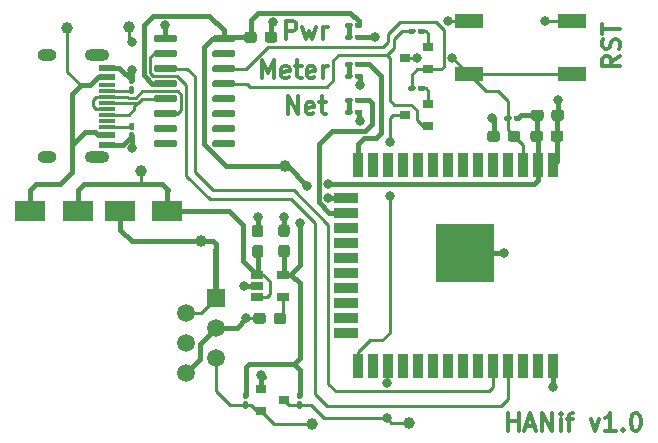
<source format=gbr>
%TF.GenerationSoftware,KiCad,Pcbnew,5.1.10-88a1d61d58~90~ubuntu20.04.1*%
%TF.CreationDate,2021-10-26T22:54:14+02:00*%
%TF.ProjectId,e-meter-usb-c,652d6d65-7465-4722-9d75-73622d632e6b,rev?*%
%TF.SameCoordinates,Original*%
%TF.FileFunction,Copper,L1,Top*%
%TF.FilePolarity,Positive*%
%FSLAX46Y46*%
G04 Gerber Fmt 4.6, Leading zero omitted, Abs format (unit mm)*
G04 Created by KiCad (PCBNEW 5.1.10-88a1d61d58~90~ubuntu20.04.1) date 2021-10-26 22:54:14*
%MOMM*%
%LPD*%
G01*
G04 APERTURE LIST*
%TA.AperFunction,NonConductor*%
%ADD10C,0.300000*%
%TD*%
%TA.AperFunction,SMDPad,CuDef*%
%ADD11R,1.060000X0.650000*%
%TD*%
%TA.AperFunction,SMDPad,CuDef*%
%ADD12R,0.900000X2.000000*%
%TD*%
%TA.AperFunction,SMDPad,CuDef*%
%ADD13R,2.000000X0.900000*%
%TD*%
%TA.AperFunction,SMDPad,CuDef*%
%ADD14R,5.000000X5.000000*%
%TD*%
%TA.AperFunction,SMDPad,CuDef*%
%ADD15C,1.000000*%
%TD*%
%TA.AperFunction,SMDPad,CuDef*%
%ADD16R,2.350000X1.300000*%
%TD*%
%TA.AperFunction,SMDPad,CuDef*%
%ADD17R,0.900000X0.800000*%
%TD*%
%TA.AperFunction,SMDPad,CuDef*%
%ADD18R,1.450000X0.600000*%
%TD*%
%TA.AperFunction,SMDPad,CuDef*%
%ADD19R,1.450000X0.300000*%
%TD*%
%TA.AperFunction,ComponentPad*%
%ADD20O,2.100000X1.000000*%
%TD*%
%TA.AperFunction,ComponentPad*%
%ADD21O,1.600000X1.000000*%
%TD*%
%TA.AperFunction,ComponentPad*%
%ADD22R,1.520000X1.520000*%
%TD*%
%TA.AperFunction,ComponentPad*%
%ADD23C,1.520000*%
%TD*%
%TA.AperFunction,SMDPad,CuDef*%
%ADD24R,2.500000X1.800000*%
%TD*%
%TA.AperFunction,ViaPad*%
%ADD25C,0.800000*%
%TD*%
%TA.AperFunction,Conductor*%
%ADD26C,0.400000*%
%TD*%
%TA.AperFunction,Conductor*%
%ADD27C,0.250000*%
%TD*%
%TA.AperFunction,Conductor*%
%ADD28C,0.500000*%
%TD*%
G04 APERTURE END LIST*
D10*
X159174571Y-30285428D02*
X158460285Y-30785428D01*
X159174571Y-31142571D02*
X157674571Y-31142571D01*
X157674571Y-30571142D01*
X157746000Y-30428285D01*
X157817428Y-30356857D01*
X157960285Y-30285428D01*
X158174571Y-30285428D01*
X158317428Y-30356857D01*
X158388857Y-30428285D01*
X158460285Y-30571142D01*
X158460285Y-31142571D01*
X159103142Y-29714000D02*
X159174571Y-29499714D01*
X159174571Y-29142571D01*
X159103142Y-28999714D01*
X159031714Y-28928285D01*
X158888857Y-28856857D01*
X158746000Y-28856857D01*
X158603142Y-28928285D01*
X158531714Y-28999714D01*
X158460285Y-29142571D01*
X158388857Y-29428285D01*
X158317428Y-29571142D01*
X158246000Y-29642571D01*
X158103142Y-29714000D01*
X157960285Y-29714000D01*
X157817428Y-29642571D01*
X157746000Y-29571142D01*
X157674571Y-29428285D01*
X157674571Y-29071142D01*
X157746000Y-28856857D01*
X157674571Y-28428285D02*
X157674571Y-27571142D01*
X159174571Y-27999714D02*
X157674571Y-27999714D01*
X149749571Y-62019571D02*
X149749571Y-60519571D01*
X149749571Y-61233857D02*
X150606714Y-61233857D01*
X150606714Y-62019571D02*
X150606714Y-60519571D01*
X151249571Y-61591000D02*
X151963857Y-61591000D01*
X151106714Y-62019571D02*
X151606714Y-60519571D01*
X152106714Y-62019571D01*
X152606714Y-62019571D02*
X152606714Y-60519571D01*
X153463857Y-62019571D01*
X153463857Y-60519571D01*
X154178142Y-62019571D02*
X154178142Y-61019571D01*
X154178142Y-60519571D02*
X154106714Y-60591000D01*
X154178142Y-60662428D01*
X154249571Y-60591000D01*
X154178142Y-60519571D01*
X154178142Y-60662428D01*
X154678142Y-61019571D02*
X155249571Y-61019571D01*
X154892428Y-62019571D02*
X154892428Y-60733857D01*
X154963857Y-60591000D01*
X155106714Y-60519571D01*
X155249571Y-60519571D01*
X156749571Y-61019571D02*
X157106714Y-62019571D01*
X157463857Y-61019571D01*
X158821000Y-62019571D02*
X157963857Y-62019571D01*
X158392428Y-62019571D02*
X158392428Y-60519571D01*
X158249571Y-60733857D01*
X158106714Y-60876714D01*
X157963857Y-60948142D01*
X159463857Y-61876714D02*
X159535285Y-61948142D01*
X159463857Y-62019571D01*
X159392428Y-61948142D01*
X159463857Y-61876714D01*
X159463857Y-62019571D01*
X160463857Y-60519571D02*
X160606714Y-60519571D01*
X160749571Y-60591000D01*
X160821000Y-60662428D01*
X160892428Y-60805285D01*
X160963857Y-61091000D01*
X160963857Y-61448142D01*
X160892428Y-61733857D01*
X160821000Y-61876714D01*
X160749571Y-61948142D01*
X160606714Y-62019571D01*
X160463857Y-62019571D01*
X160321000Y-61948142D01*
X160249571Y-61876714D01*
X160178142Y-61733857D01*
X160106714Y-61448142D01*
X160106714Y-61091000D01*
X160178142Y-60805285D01*
X160249571Y-60662428D01*
X160321000Y-60591000D01*
X160463857Y-60519571D01*
X131088000Y-35222571D02*
X131088000Y-33722571D01*
X131945142Y-35222571D01*
X131945142Y-33722571D01*
X133230857Y-35151142D02*
X133088000Y-35222571D01*
X132802285Y-35222571D01*
X132659428Y-35151142D01*
X132588000Y-35008285D01*
X132588000Y-34436857D01*
X132659428Y-34294000D01*
X132802285Y-34222571D01*
X133088000Y-34222571D01*
X133230857Y-34294000D01*
X133302285Y-34436857D01*
X133302285Y-34579714D01*
X132588000Y-34722571D01*
X133730857Y-34222571D02*
X134302285Y-34222571D01*
X133945142Y-33722571D02*
X133945142Y-35008285D01*
X134016571Y-35151142D01*
X134159428Y-35222571D01*
X134302285Y-35222571D01*
X128893428Y-32174571D02*
X128893428Y-30674571D01*
X129393428Y-31746000D01*
X129893428Y-30674571D01*
X129893428Y-32174571D01*
X131179142Y-32103142D02*
X131036285Y-32174571D01*
X130750571Y-32174571D01*
X130607714Y-32103142D01*
X130536285Y-31960285D01*
X130536285Y-31388857D01*
X130607714Y-31246000D01*
X130750571Y-31174571D01*
X131036285Y-31174571D01*
X131179142Y-31246000D01*
X131250571Y-31388857D01*
X131250571Y-31531714D01*
X130536285Y-31674571D01*
X131679142Y-31174571D02*
X132250571Y-31174571D01*
X131893428Y-30674571D02*
X131893428Y-31960285D01*
X131964857Y-32103142D01*
X132107714Y-32174571D01*
X132250571Y-32174571D01*
X133322000Y-32103142D02*
X133179142Y-32174571D01*
X132893428Y-32174571D01*
X132750571Y-32103142D01*
X132679142Y-31960285D01*
X132679142Y-31388857D01*
X132750571Y-31246000D01*
X132893428Y-31174571D01*
X133179142Y-31174571D01*
X133322000Y-31246000D01*
X133393428Y-31388857D01*
X133393428Y-31531714D01*
X132679142Y-31674571D01*
X134036285Y-32174571D02*
X134036285Y-31174571D01*
X134036285Y-31460285D02*
X134107714Y-31317428D01*
X134179142Y-31246000D01*
X134322000Y-31174571D01*
X134464857Y-31174571D01*
X130945142Y-28872571D02*
X130945142Y-27372571D01*
X131516571Y-27372571D01*
X131659428Y-27444000D01*
X131730857Y-27515428D01*
X131802285Y-27658285D01*
X131802285Y-27872571D01*
X131730857Y-28015428D01*
X131659428Y-28086857D01*
X131516571Y-28158285D01*
X130945142Y-28158285D01*
X132302285Y-27872571D02*
X132588000Y-28872571D01*
X132873714Y-28158285D01*
X133159428Y-28872571D01*
X133445142Y-27872571D01*
X134016571Y-28872571D02*
X134016571Y-27872571D01*
X134016571Y-28158285D02*
X134088000Y-28015428D01*
X134159428Y-27944000D01*
X134302285Y-27872571D01*
X134445142Y-27872571D01*
%TO.P,U4,16*%
%TO.N,+3V3*%
%TA.AperFunction,SMDPad,CuDef*%
G36*
G01*
X124690000Y-28979000D02*
X124690000Y-28679000D01*
G75*
G02*
X124840000Y-28529000I150000J0D01*
G01*
X126490000Y-28529000D01*
G75*
G02*
X126640000Y-28679000I0J-150000D01*
G01*
X126640000Y-28979000D01*
G75*
G02*
X126490000Y-29129000I-150000J0D01*
G01*
X124840000Y-29129000D01*
G75*
G02*
X124690000Y-28979000I0J150000D01*
G01*
G37*
%TD.AperFunction*%
%TO.P,U4,15*%
%TO.N,Net-(U4-Pad15)*%
%TA.AperFunction,SMDPad,CuDef*%
G36*
G01*
X124690000Y-30249000D02*
X124690000Y-29949000D01*
G75*
G02*
X124840000Y-29799000I150000J0D01*
G01*
X126490000Y-29799000D01*
G75*
G02*
X126640000Y-29949000I0J-150000D01*
G01*
X126640000Y-30249000D01*
G75*
G02*
X126490000Y-30399000I-150000J0D01*
G01*
X124840000Y-30399000D01*
G75*
G02*
X124690000Y-30249000I0J150000D01*
G01*
G37*
%TD.AperFunction*%
%TO.P,U4,14*%
%TO.N,/UART_RTS*%
%TA.AperFunction,SMDPad,CuDef*%
G36*
G01*
X124690000Y-31519000D02*
X124690000Y-31219000D01*
G75*
G02*
X124840000Y-31069000I150000J0D01*
G01*
X126490000Y-31069000D01*
G75*
G02*
X126640000Y-31219000I0J-150000D01*
G01*
X126640000Y-31519000D01*
G75*
G02*
X126490000Y-31669000I-150000J0D01*
G01*
X124840000Y-31669000D01*
G75*
G02*
X124690000Y-31519000I0J150000D01*
G01*
G37*
%TD.AperFunction*%
%TO.P,U4,13*%
%TO.N,/UART_DTR*%
%TA.AperFunction,SMDPad,CuDef*%
G36*
G01*
X124690000Y-32789000D02*
X124690000Y-32489000D01*
G75*
G02*
X124840000Y-32339000I150000J0D01*
G01*
X126490000Y-32339000D01*
G75*
G02*
X126640000Y-32489000I0J-150000D01*
G01*
X126640000Y-32789000D01*
G75*
G02*
X126490000Y-32939000I-150000J0D01*
G01*
X124840000Y-32939000D01*
G75*
G02*
X124690000Y-32789000I0J150000D01*
G01*
G37*
%TD.AperFunction*%
%TO.P,U4,12*%
%TO.N,Net-(U4-Pad12)*%
%TA.AperFunction,SMDPad,CuDef*%
G36*
G01*
X124690000Y-34059000D02*
X124690000Y-33759000D01*
G75*
G02*
X124840000Y-33609000I150000J0D01*
G01*
X126490000Y-33609000D01*
G75*
G02*
X126640000Y-33759000I0J-150000D01*
G01*
X126640000Y-34059000D01*
G75*
G02*
X126490000Y-34209000I-150000J0D01*
G01*
X124840000Y-34209000D01*
G75*
G02*
X124690000Y-34059000I0J150000D01*
G01*
G37*
%TD.AperFunction*%
%TO.P,U4,11*%
%TO.N,Net-(U4-Pad11)*%
%TA.AperFunction,SMDPad,CuDef*%
G36*
G01*
X124690000Y-35329000D02*
X124690000Y-35029000D01*
G75*
G02*
X124840000Y-34879000I150000J0D01*
G01*
X126490000Y-34879000D01*
G75*
G02*
X126640000Y-35029000I0J-150000D01*
G01*
X126640000Y-35329000D01*
G75*
G02*
X126490000Y-35479000I-150000J0D01*
G01*
X124840000Y-35479000D01*
G75*
G02*
X124690000Y-35329000I0J150000D01*
G01*
G37*
%TD.AperFunction*%
%TO.P,U4,10*%
%TO.N,Net-(U4-Pad10)*%
%TA.AperFunction,SMDPad,CuDef*%
G36*
G01*
X124690000Y-36599000D02*
X124690000Y-36299000D01*
G75*
G02*
X124840000Y-36149000I150000J0D01*
G01*
X126490000Y-36149000D01*
G75*
G02*
X126640000Y-36299000I0J-150000D01*
G01*
X126640000Y-36599000D01*
G75*
G02*
X126490000Y-36749000I-150000J0D01*
G01*
X124840000Y-36749000D01*
G75*
G02*
X124690000Y-36599000I0J150000D01*
G01*
G37*
%TD.AperFunction*%
%TO.P,U4,9*%
%TO.N,Net-(U4-Pad9)*%
%TA.AperFunction,SMDPad,CuDef*%
G36*
G01*
X124690000Y-37869000D02*
X124690000Y-37569000D01*
G75*
G02*
X124840000Y-37419000I150000J0D01*
G01*
X126490000Y-37419000D01*
G75*
G02*
X126640000Y-37569000I0J-150000D01*
G01*
X126640000Y-37869000D01*
G75*
G02*
X126490000Y-38019000I-150000J0D01*
G01*
X124840000Y-38019000D01*
G75*
G02*
X124690000Y-37869000I0J150000D01*
G01*
G37*
%TD.AperFunction*%
%TO.P,U4,8*%
%TO.N,Net-(U4-Pad8)*%
%TA.AperFunction,SMDPad,CuDef*%
G36*
G01*
X119740000Y-37869000D02*
X119740000Y-37569000D01*
G75*
G02*
X119890000Y-37419000I150000J0D01*
G01*
X121540000Y-37419000D01*
G75*
G02*
X121690000Y-37569000I0J-150000D01*
G01*
X121690000Y-37869000D01*
G75*
G02*
X121540000Y-38019000I-150000J0D01*
G01*
X119890000Y-38019000D01*
G75*
G02*
X119740000Y-37869000I0J150000D01*
G01*
G37*
%TD.AperFunction*%
%TO.P,U4,7*%
%TO.N,Net-(U4-Pad7)*%
%TA.AperFunction,SMDPad,CuDef*%
G36*
G01*
X119740000Y-36599000D02*
X119740000Y-36299000D01*
G75*
G02*
X119890000Y-36149000I150000J0D01*
G01*
X121540000Y-36149000D01*
G75*
G02*
X121690000Y-36299000I0J-150000D01*
G01*
X121690000Y-36599000D01*
G75*
G02*
X121540000Y-36749000I-150000J0D01*
G01*
X119890000Y-36749000D01*
G75*
G02*
X119740000Y-36599000I0J150000D01*
G01*
G37*
%TD.AperFunction*%
%TO.P,U4,6*%
%TO.N,/USB_D-*%
%TA.AperFunction,SMDPad,CuDef*%
G36*
G01*
X119740000Y-35329000D02*
X119740000Y-35029000D01*
G75*
G02*
X119890000Y-34879000I150000J0D01*
G01*
X121540000Y-34879000D01*
G75*
G02*
X121690000Y-35029000I0J-150000D01*
G01*
X121690000Y-35329000D01*
G75*
G02*
X121540000Y-35479000I-150000J0D01*
G01*
X119890000Y-35479000D01*
G75*
G02*
X119740000Y-35329000I0J150000D01*
G01*
G37*
%TD.AperFunction*%
%TO.P,U4,5*%
%TO.N,/USB_D+*%
%TA.AperFunction,SMDPad,CuDef*%
G36*
G01*
X119740000Y-34059000D02*
X119740000Y-33759000D01*
G75*
G02*
X119890000Y-33609000I150000J0D01*
G01*
X121540000Y-33609000D01*
G75*
G02*
X121690000Y-33759000I0J-150000D01*
G01*
X121690000Y-34059000D01*
G75*
G02*
X121540000Y-34209000I-150000J0D01*
G01*
X119890000Y-34209000D01*
G75*
G02*
X119740000Y-34059000I0J150000D01*
G01*
G37*
%TD.AperFunction*%
%TO.P,U4,4*%
%TO.N,+3V3*%
%TA.AperFunction,SMDPad,CuDef*%
G36*
G01*
X119740000Y-32789000D02*
X119740000Y-32489000D01*
G75*
G02*
X119890000Y-32339000I150000J0D01*
G01*
X121540000Y-32339000D01*
G75*
G02*
X121690000Y-32489000I0J-150000D01*
G01*
X121690000Y-32789000D01*
G75*
G02*
X121540000Y-32939000I-150000J0D01*
G01*
X119890000Y-32939000D01*
G75*
G02*
X119740000Y-32789000I0J150000D01*
G01*
G37*
%TD.AperFunction*%
%TO.P,U4,3*%
%TO.N,/ESP_FROM_UART*%
%TA.AperFunction,SMDPad,CuDef*%
G36*
G01*
X119740000Y-31519000D02*
X119740000Y-31219000D01*
G75*
G02*
X119890000Y-31069000I150000J0D01*
G01*
X121540000Y-31069000D01*
G75*
G02*
X121690000Y-31219000I0J-150000D01*
G01*
X121690000Y-31519000D01*
G75*
G02*
X121540000Y-31669000I-150000J0D01*
G01*
X119890000Y-31669000D01*
G75*
G02*
X119740000Y-31519000I0J150000D01*
G01*
G37*
%TD.AperFunction*%
%TO.P,U4,2*%
%TO.N,/ESP_TO_UART*%
%TA.AperFunction,SMDPad,CuDef*%
G36*
G01*
X119740000Y-30249000D02*
X119740000Y-29949000D01*
G75*
G02*
X119890000Y-29799000I150000J0D01*
G01*
X121540000Y-29799000D01*
G75*
G02*
X121690000Y-29949000I0J-150000D01*
G01*
X121690000Y-30249000D01*
G75*
G02*
X121540000Y-30399000I-150000J0D01*
G01*
X119890000Y-30399000D01*
G75*
G02*
X119740000Y-30249000I0J150000D01*
G01*
G37*
%TD.AperFunction*%
%TO.P,U4,1*%
%TO.N,GND*%
%TA.AperFunction,SMDPad,CuDef*%
G36*
G01*
X119740000Y-28979000D02*
X119740000Y-28679000D01*
G75*
G02*
X119890000Y-28529000I150000J0D01*
G01*
X121540000Y-28529000D01*
G75*
G02*
X121690000Y-28679000I0J-150000D01*
G01*
X121690000Y-28979000D01*
G75*
G02*
X121540000Y-29129000I-150000J0D01*
G01*
X119890000Y-29129000D01*
G75*
G02*
X119740000Y-28979000I0J150000D01*
G01*
G37*
%TD.AperFunction*%
%TD*%
D11*
%TO.P,U1,5*%
%TO.N,+3V3*%
X130703500Y-48834000D03*
%TO.P,U1,4*%
%TO.N,Net-(C2-Pad1)*%
X130703500Y-50734000D03*
%TO.P,U1,3*%
%TO.N,/VCC*%
X128503500Y-50734000D03*
%TO.P,U1,2*%
%TO.N,GND*%
X128503500Y-49784000D03*
%TO.P,U1,1*%
%TO.N,/VCC*%
X128503500Y-48834000D03*
%TD*%
D12*
%TO.P,U2,38*%
%TO.N,GND*%
X153543000Y-56506000D03*
%TO.P,U2,37*%
%TO.N,Net-(U2-Pad37)*%
X152273000Y-56506000D03*
%TO.P,U2,36*%
%TO.N,Net-(U2-Pad36)*%
X151003000Y-56506000D03*
%TO.P,U2,35*%
%TO.N,/ESP_TO_UART*%
X149733000Y-56506000D03*
%TO.P,U2,34*%
%TO.N,/ESP_FROM_UART*%
X148463000Y-56506000D03*
%TO.P,U2,33*%
%TO.N,Net-(U2-Pad33)*%
X147193000Y-56506000D03*
%TO.P,U2,32*%
%TO.N,Net-(U2-Pad32)*%
X145923000Y-56506000D03*
%TO.P,U2,31*%
%TO.N,Net-(U2-Pad31)*%
X144653000Y-56506000D03*
%TO.P,U2,30*%
%TO.N,Net-(U2-Pad30)*%
X143383000Y-56506000D03*
%TO.P,U2,29*%
%TO.N,Net-(U2-Pad29)*%
X142113000Y-56506000D03*
%TO.P,U2,28*%
%TO.N,Net-(U2-Pad28)*%
X140843000Y-56506000D03*
%TO.P,U2,27*%
%TO.N,/HAN_TO_ESP*%
X139573000Y-56506000D03*
%TO.P,U2,26*%
%TO.N,Net-(U2-Pad26)*%
X138303000Y-56506000D03*
%TO.P,U2,25*%
%TO.N,/ESP_IO0*%
X137033000Y-56506000D03*
D13*
%TO.P,U2,24*%
%TO.N,Net-(U2-Pad24)*%
X136033000Y-53721000D03*
%TO.P,U2,23*%
%TO.N,Net-(U2-Pad23)*%
X136033000Y-52451000D03*
%TO.P,U2,22*%
%TO.N,Net-(U2-Pad22)*%
X136033000Y-51181000D03*
%TO.P,U2,21*%
%TO.N,Net-(U2-Pad21)*%
X136033000Y-49911000D03*
%TO.P,U2,20*%
%TO.N,Net-(U2-Pad20)*%
X136033000Y-48641000D03*
%TO.P,U2,19*%
%TO.N,Net-(U2-Pad19)*%
X136033000Y-47371000D03*
%TO.P,U2,18*%
%TO.N,Net-(U2-Pad18)*%
X136033000Y-46101000D03*
%TO.P,U2,17*%
%TO.N,Net-(U2-Pad17)*%
X136033000Y-44831000D03*
%TO.P,U2,16*%
%TO.N,/NETWORK_LED*%
X136033000Y-43561000D03*
%TO.P,U2,15*%
%TO.N,GND*%
X136033000Y-42291000D03*
D12*
%TO.P,U2,14*%
%TO.N,/METER_LED*%
X137033000Y-39506000D03*
%TO.P,U2,13*%
%TO.N,Net-(U2-Pad13)*%
X138303000Y-39506000D03*
%TO.P,U2,12*%
%TO.N,Net-(U2-Pad12)*%
X139573000Y-39506000D03*
%TO.P,U2,11*%
%TO.N,Net-(U2-Pad11)*%
X140843000Y-39506000D03*
%TO.P,U2,10*%
%TO.N,Net-(U2-Pad10)*%
X142113000Y-39506000D03*
%TO.P,U2,9*%
%TO.N,Net-(U2-Pad9)*%
X143383000Y-39506000D03*
%TO.P,U2,8*%
%TO.N,Net-(U2-Pad8)*%
X144653000Y-39506000D03*
%TO.P,U2,7*%
%TO.N,Net-(U2-Pad7)*%
X145923000Y-39506000D03*
%TO.P,U2,6*%
%TO.N,Net-(U2-Pad6)*%
X147193000Y-39506000D03*
%TO.P,U2,5*%
%TO.N,Net-(U2-Pad5)*%
X148463000Y-39506000D03*
%TO.P,U2,4*%
%TO.N,Net-(U2-Pad4)*%
X149733000Y-39506000D03*
%TO.P,U2,3*%
%TO.N,/ESP_EN*%
X151003000Y-39506000D03*
%TO.P,U2,2*%
%TO.N,+3V3*%
X152273000Y-39506000D03*
%TO.P,U2,1*%
%TO.N,GND*%
X153543000Y-39506000D03*
D14*
%TO.P,U2,39*%
X146043000Y-47006000D03*
%TD*%
D15*
%TO.P,TP7,1*%
%TO.N,/HAN_TO_ESP*%
X141351000Y-61341000D03*
%TD*%
%TO.P,TP6,1*%
%TO.N,/HAN_DATA*%
X133096000Y-61468000D03*
%TD*%
%TO.P,TP5,1*%
%TO.N,+3V3*%
X130810000Y-39624000D03*
%TD*%
%TO.P,TP4,1*%
%TO.N,/USB_VBUS*%
X112395000Y-27940000D03*
%TD*%
%TO.P,TP3,1*%
%TO.N,/HAN_DATA_REQ*%
X123698000Y-45974000D03*
%TD*%
%TO.P,TP2,1*%
%TO.N,/VCC*%
X118618000Y-40005000D03*
%TD*%
%TO.P,TP1,1*%
%TO.N,GND*%
X117602000Y-27813000D03*
%TD*%
D16*
%TO.P,SW1,2*%
%TO.N,/ESP_EN*%
X146374000Y-31841000D03*
%TO.P,SW1,1*%
%TO.N,GND*%
X146374000Y-27341000D03*
X155124000Y-27341000D03*
%TO.P,SW1,2*%
%TO.N,/ESP_EN*%
X155124000Y-31841000D03*
%TD*%
%TO.P,R11,2*%
%TO.N,/NETWORK_LED*%
%TA.AperFunction,SMDPad,CuDef*%
G36*
G01*
X136742000Y-34136000D02*
X136742000Y-33936000D01*
G75*
G02*
X136842000Y-33836000I100000J0D01*
G01*
X137277000Y-33836000D01*
G75*
G02*
X137377000Y-33936000I0J-100000D01*
G01*
X137377000Y-34136000D01*
G75*
G02*
X137277000Y-34236000I-100000J0D01*
G01*
X136842000Y-34236000D01*
G75*
G02*
X136742000Y-34136000I0J100000D01*
G01*
G37*
%TD.AperFunction*%
%TO.P,R11,1*%
%TO.N,Net-(D5-Pad2)*%
%TA.AperFunction,SMDPad,CuDef*%
G36*
G01*
X135927000Y-34136000D02*
X135927000Y-33936000D01*
G75*
G02*
X136027000Y-33836000I100000J0D01*
G01*
X136462000Y-33836000D01*
G75*
G02*
X136562000Y-33936000I0J-100000D01*
G01*
X136562000Y-34136000D01*
G75*
G02*
X136462000Y-34236000I-100000J0D01*
G01*
X136027000Y-34236000D01*
G75*
G02*
X135927000Y-34136000I0J100000D01*
G01*
G37*
%TD.AperFunction*%
%TD*%
%TO.P,R10,2*%
%TO.N,+3V3*%
%TA.AperFunction,SMDPad,CuDef*%
G36*
G01*
X150204000Y-35660000D02*
X150204000Y-35460000D01*
G75*
G02*
X150304000Y-35360000I100000J0D01*
G01*
X150739000Y-35360000D01*
G75*
G02*
X150839000Y-35460000I0J-100000D01*
G01*
X150839000Y-35660000D01*
G75*
G02*
X150739000Y-35760000I-100000J0D01*
G01*
X150304000Y-35760000D01*
G75*
G02*
X150204000Y-35660000I0J100000D01*
G01*
G37*
%TD.AperFunction*%
%TO.P,R10,1*%
%TO.N,/ESP_EN*%
%TA.AperFunction,SMDPad,CuDef*%
G36*
G01*
X149389000Y-35660000D02*
X149389000Y-35460000D01*
G75*
G02*
X149489000Y-35360000I100000J0D01*
G01*
X149924000Y-35360000D01*
G75*
G02*
X150024000Y-35460000I0J-100000D01*
G01*
X150024000Y-35660000D01*
G75*
G02*
X149924000Y-35760000I-100000J0D01*
G01*
X149489000Y-35760000D01*
G75*
G02*
X149389000Y-35660000I0J100000D01*
G01*
G37*
%TD.AperFunction*%
%TD*%
%TO.P,R9,2*%
%TO.N,GND*%
%TA.AperFunction,SMDPad,CuDef*%
G36*
G01*
X117756000Y-36766500D02*
X117956000Y-36766500D01*
G75*
G02*
X118056000Y-36866500I0J-100000D01*
G01*
X118056000Y-37301500D01*
G75*
G02*
X117956000Y-37401500I-100000J0D01*
G01*
X117756000Y-37401500D01*
G75*
G02*
X117656000Y-37301500I0J100000D01*
G01*
X117656000Y-36866500D01*
G75*
G02*
X117756000Y-36766500I100000J0D01*
G01*
G37*
%TD.AperFunction*%
%TO.P,R9,1*%
%TO.N,Net-(J2-PadB5)*%
%TA.AperFunction,SMDPad,CuDef*%
G36*
G01*
X117756000Y-35951500D02*
X117956000Y-35951500D01*
G75*
G02*
X118056000Y-36051500I0J-100000D01*
G01*
X118056000Y-36486500D01*
G75*
G02*
X117956000Y-36586500I-100000J0D01*
G01*
X117756000Y-36586500D01*
G75*
G02*
X117656000Y-36486500I0J100000D01*
G01*
X117656000Y-36051500D01*
G75*
G02*
X117756000Y-35951500I100000J0D01*
G01*
G37*
%TD.AperFunction*%
%TD*%
%TO.P,R8,2*%
%TO.N,GND*%
%TA.AperFunction,SMDPad,CuDef*%
G36*
G01*
X117956000Y-32676000D02*
X117756000Y-32676000D01*
G75*
G02*
X117656000Y-32576000I0J100000D01*
G01*
X117656000Y-32141000D01*
G75*
G02*
X117756000Y-32041000I100000J0D01*
G01*
X117956000Y-32041000D01*
G75*
G02*
X118056000Y-32141000I0J-100000D01*
G01*
X118056000Y-32576000D01*
G75*
G02*
X117956000Y-32676000I-100000J0D01*
G01*
G37*
%TD.AperFunction*%
%TO.P,R8,1*%
%TO.N,Net-(J2-PadA5)*%
%TA.AperFunction,SMDPad,CuDef*%
G36*
G01*
X117956000Y-33491000D02*
X117756000Y-33491000D01*
G75*
G02*
X117656000Y-33391000I0J100000D01*
G01*
X117656000Y-32956000D01*
G75*
G02*
X117756000Y-32856000I100000J0D01*
G01*
X117956000Y-32856000D01*
G75*
G02*
X118056000Y-32956000I0J-100000D01*
G01*
X118056000Y-33391000D01*
G75*
G02*
X117956000Y-33491000I-100000J0D01*
G01*
G37*
%TD.AperFunction*%
%TD*%
%TO.P,R7,2*%
%TO.N,/METER_LED*%
%TA.AperFunction,SMDPad,CuDef*%
G36*
G01*
X136742000Y-31088000D02*
X136742000Y-30888000D01*
G75*
G02*
X136842000Y-30788000I100000J0D01*
G01*
X137277000Y-30788000D01*
G75*
G02*
X137377000Y-30888000I0J-100000D01*
G01*
X137377000Y-31088000D01*
G75*
G02*
X137277000Y-31188000I-100000J0D01*
G01*
X136842000Y-31188000D01*
G75*
G02*
X136742000Y-31088000I0J100000D01*
G01*
G37*
%TD.AperFunction*%
%TO.P,R7,1*%
%TO.N,Net-(D4-Pad2)*%
%TA.AperFunction,SMDPad,CuDef*%
G36*
G01*
X135927000Y-31088000D02*
X135927000Y-30888000D01*
G75*
G02*
X136027000Y-30788000I100000J0D01*
G01*
X136462000Y-30788000D01*
G75*
G02*
X136562000Y-30888000I0J-100000D01*
G01*
X136562000Y-31088000D01*
G75*
G02*
X136462000Y-31188000I-100000J0D01*
G01*
X136027000Y-31188000D01*
G75*
G02*
X135927000Y-31088000I0J100000D01*
G01*
G37*
%TD.AperFunction*%
%TD*%
%TO.P,R6,2*%
%TO.N,/UART_RTS*%
%TA.AperFunction,SMDPad,CuDef*%
G36*
G01*
X141896000Y-32920000D02*
X141896000Y-33120000D01*
G75*
G02*
X141796000Y-33220000I-100000J0D01*
G01*
X141361000Y-33220000D01*
G75*
G02*
X141261000Y-33120000I0J100000D01*
G01*
X141261000Y-32920000D01*
G75*
G02*
X141361000Y-32820000I100000J0D01*
G01*
X141796000Y-32820000D01*
G75*
G02*
X141896000Y-32920000I0J-100000D01*
G01*
G37*
%TD.AperFunction*%
%TO.P,R6,1*%
%TO.N,Net-(Q4-Pad2)*%
%TA.AperFunction,SMDPad,CuDef*%
G36*
G01*
X142711000Y-32920000D02*
X142711000Y-33120000D01*
G75*
G02*
X142611000Y-33220000I-100000J0D01*
G01*
X142176000Y-33220000D01*
G75*
G02*
X142076000Y-33120000I0J100000D01*
G01*
X142076000Y-32920000D01*
G75*
G02*
X142176000Y-32820000I100000J0D01*
G01*
X142611000Y-32820000D01*
G75*
G02*
X142711000Y-32920000I0J-100000D01*
G01*
G37*
%TD.AperFunction*%
%TD*%
%TO.P,R5,2*%
%TO.N,/UART_DTR*%
%TA.AperFunction,SMDPad,CuDef*%
G36*
G01*
X141896000Y-28094000D02*
X141896000Y-28294000D01*
G75*
G02*
X141796000Y-28394000I-100000J0D01*
G01*
X141361000Y-28394000D01*
G75*
G02*
X141261000Y-28294000I0J100000D01*
G01*
X141261000Y-28094000D01*
G75*
G02*
X141361000Y-27994000I100000J0D01*
G01*
X141796000Y-27994000D01*
G75*
G02*
X141896000Y-28094000I0J-100000D01*
G01*
G37*
%TD.AperFunction*%
%TO.P,R5,1*%
%TO.N,Net-(Q3-Pad2)*%
%TA.AperFunction,SMDPad,CuDef*%
G36*
G01*
X142711000Y-28094000D02*
X142711000Y-28294000D01*
G75*
G02*
X142611000Y-28394000I-100000J0D01*
G01*
X142176000Y-28394000D01*
G75*
G02*
X142076000Y-28294000I0J100000D01*
G01*
X142076000Y-28094000D01*
G75*
G02*
X142176000Y-27994000I100000J0D01*
G01*
X142611000Y-27994000D01*
G75*
G02*
X142711000Y-28094000I0J-100000D01*
G01*
G37*
%TD.AperFunction*%
%TD*%
%TO.P,R4,2*%
%TO.N,+3V3*%
%TA.AperFunction,SMDPad,CuDef*%
G36*
G01*
X132180000Y-59346000D02*
X131980000Y-59346000D01*
G75*
G02*
X131880000Y-59246000I0J100000D01*
G01*
X131880000Y-58811000D01*
G75*
G02*
X131980000Y-58711000I100000J0D01*
G01*
X132180000Y-58711000D01*
G75*
G02*
X132280000Y-58811000I0J-100000D01*
G01*
X132280000Y-59246000D01*
G75*
G02*
X132180000Y-59346000I-100000J0D01*
G01*
G37*
%TD.AperFunction*%
%TO.P,R4,1*%
%TO.N,/HAN_TO_ESP*%
%TA.AperFunction,SMDPad,CuDef*%
G36*
G01*
X132180000Y-60161000D02*
X131980000Y-60161000D01*
G75*
G02*
X131880000Y-60061000I0J100000D01*
G01*
X131880000Y-59626000D01*
G75*
G02*
X131980000Y-59526000I100000J0D01*
G01*
X132180000Y-59526000D01*
G75*
G02*
X132280000Y-59626000I0J-100000D01*
G01*
X132280000Y-60061000D01*
G75*
G02*
X132180000Y-60161000I-100000J0D01*
G01*
G37*
%TD.AperFunction*%
%TD*%
%TO.P,R3,2*%
%TO.N,+3V3*%
%TA.AperFunction,SMDPad,CuDef*%
G36*
G01*
X136742000Y-27786000D02*
X136742000Y-27586000D01*
G75*
G02*
X136842000Y-27486000I100000J0D01*
G01*
X137277000Y-27486000D01*
G75*
G02*
X137377000Y-27586000I0J-100000D01*
G01*
X137377000Y-27786000D01*
G75*
G02*
X137277000Y-27886000I-100000J0D01*
G01*
X136842000Y-27886000D01*
G75*
G02*
X136742000Y-27786000I0J100000D01*
G01*
G37*
%TD.AperFunction*%
%TO.P,R3,1*%
%TO.N,Net-(D3-Pad2)*%
%TA.AperFunction,SMDPad,CuDef*%
G36*
G01*
X135927000Y-27786000D02*
X135927000Y-27586000D01*
G75*
G02*
X136027000Y-27486000I100000J0D01*
G01*
X136462000Y-27486000D01*
G75*
G02*
X136562000Y-27586000I0J-100000D01*
G01*
X136562000Y-27786000D01*
G75*
G02*
X136462000Y-27886000I-100000J0D01*
G01*
X136027000Y-27886000D01*
G75*
G02*
X135927000Y-27786000I0J100000D01*
G01*
G37*
%TD.AperFunction*%
%TD*%
%TO.P,R2,2*%
%TO.N,/HAN_DATA*%
%TA.AperFunction,SMDPad,CuDef*%
G36*
G01*
X127408000Y-59526000D02*
X127608000Y-59526000D01*
G75*
G02*
X127708000Y-59626000I0J-100000D01*
G01*
X127708000Y-60061000D01*
G75*
G02*
X127608000Y-60161000I-100000J0D01*
G01*
X127408000Y-60161000D01*
G75*
G02*
X127308000Y-60061000I0J100000D01*
G01*
X127308000Y-59626000D01*
G75*
G02*
X127408000Y-59526000I100000J0D01*
G01*
G37*
%TD.AperFunction*%
%TO.P,R2,1*%
%TO.N,+3V3*%
%TA.AperFunction,SMDPad,CuDef*%
G36*
G01*
X127408000Y-58711000D02*
X127608000Y-58711000D01*
G75*
G02*
X127708000Y-58811000I0J-100000D01*
G01*
X127708000Y-59246000D01*
G75*
G02*
X127608000Y-59346000I-100000J0D01*
G01*
X127408000Y-59346000D01*
G75*
G02*
X127308000Y-59246000I0J100000D01*
G01*
X127308000Y-58811000D01*
G75*
G02*
X127408000Y-58711000I100000J0D01*
G01*
G37*
%TD.AperFunction*%
%TD*%
D17*
%TO.P,Q4,3*%
%TO.N,/ESP_IO0*%
X140986000Y-35306000D03*
%TO.P,Q4,2*%
%TO.N,Net-(Q4-Pad2)*%
X142986000Y-34356000D03*
%TO.P,Q4,1*%
%TO.N,/UART_DTR*%
X142986000Y-36256000D03*
%TD*%
%TO.P,Q3,3*%
%TO.N,/ESP_EN*%
X140986000Y-30480000D03*
%TO.P,Q3,2*%
%TO.N,Net-(Q3-Pad2)*%
X142986000Y-29530000D03*
%TO.P,Q3,1*%
%TO.N,/UART_RTS*%
X142986000Y-31430000D03*
%TD*%
%TO.P,Q1,3*%
%TO.N,/HAN_TO_ESP*%
X130794000Y-59436000D03*
%TO.P,Q1,2*%
%TO.N,/HAN_DATA*%
X128794000Y-60386000D03*
%TO.P,Q1,1*%
%TO.N,GND*%
X128794000Y-58486000D03*
%TD*%
D18*
%TO.P,J2,B1*%
%TO.N,GND*%
X115805000Y-37794000D03*
%TO.P,J2,A9*%
%TO.N,/USB_VBUS*%
X115805000Y-36994000D03*
%TO.P,J2,B9*%
X115805000Y-32094000D03*
%TO.P,J2,B12*%
%TO.N,GND*%
X115805000Y-31294000D03*
%TO.P,J2,A1*%
X115805000Y-31294000D03*
%TO.P,J2,A4*%
%TO.N,/USB_VBUS*%
X115805000Y-32094000D03*
%TO.P,J2,B4*%
X115805000Y-36994000D03*
%TO.P,J2,A12*%
%TO.N,GND*%
X115805000Y-37794000D03*
D19*
%TO.P,J2,B8*%
%TO.N,Net-(J2-PadB8)*%
X115805000Y-32794000D03*
%TO.P,J2,A5*%
%TO.N,Net-(J2-PadA5)*%
X115805000Y-33294000D03*
%TO.P,J2,B7*%
%TO.N,/USB_D-*%
X115805000Y-33794000D03*
%TO.P,J2,A7*%
X115805000Y-34794000D03*
%TO.P,J2,B6*%
%TO.N,/USB_D+*%
X115805000Y-35294000D03*
%TO.P,J2,A8*%
%TO.N,Net-(J2-PadA8)*%
X115805000Y-35794000D03*
%TO.P,J2,B5*%
%TO.N,Net-(J2-PadB5)*%
X115805000Y-36294000D03*
%TO.P,J2,A6*%
%TO.N,/USB_D+*%
X115805000Y-34294000D03*
D20*
%TO.P,J2,S1*%
%TO.N,Net-(J2-PadS1)*%
X114890000Y-38864000D03*
X114890000Y-30224000D03*
D21*
X110710000Y-30224000D03*
X110710000Y-38864000D03*
%TD*%
D22*
%TO.P,J1,1*%
%TO.N,/HAN_DATA_REQ*%
X124968000Y-50800000D03*
D23*
%TO.P,J1,2*%
X122428000Y-52070000D03*
%TO.P,J1,3*%
%TO.N,GND*%
X124968000Y-53340000D03*
%TO.P,J1,4*%
%TO.N,Net-(J1-Pad4)*%
X122428000Y-54610000D03*
%TO.P,J1,5*%
%TO.N,/HAN_DATA*%
X124968000Y-55880000D03*
%TO.P,J1,6*%
%TO.N,GND*%
X122428000Y-57150000D03*
%TD*%
%TO.P,D5,2*%
%TO.N,Net-(D5-Pad2)*%
%TA.AperFunction,SMDPad,CuDef*%
G36*
G01*
X136562000Y-34952000D02*
X136562000Y-35152000D01*
G75*
G02*
X136462000Y-35252000I-100000J0D01*
G01*
X136027000Y-35252000D01*
G75*
G02*
X135927000Y-35152000I0J100000D01*
G01*
X135927000Y-34952000D01*
G75*
G02*
X136027000Y-34852000I100000J0D01*
G01*
X136462000Y-34852000D01*
G75*
G02*
X136562000Y-34952000I0J-100000D01*
G01*
G37*
%TD.AperFunction*%
%TO.P,D5,1*%
%TO.N,GND*%
%TA.AperFunction,SMDPad,CuDef*%
G36*
G01*
X137377000Y-34952000D02*
X137377000Y-35152000D01*
G75*
G02*
X137277000Y-35252000I-100000J0D01*
G01*
X136842000Y-35252000D01*
G75*
G02*
X136742000Y-35152000I0J100000D01*
G01*
X136742000Y-34952000D01*
G75*
G02*
X136842000Y-34852000I100000J0D01*
G01*
X137277000Y-34852000D01*
G75*
G02*
X137377000Y-34952000I0J-100000D01*
G01*
G37*
%TD.AperFunction*%
%TD*%
%TO.P,D4,2*%
%TO.N,Net-(D4-Pad2)*%
%TA.AperFunction,SMDPad,CuDef*%
G36*
G01*
X136562000Y-31904000D02*
X136562000Y-32104000D01*
G75*
G02*
X136462000Y-32204000I-100000J0D01*
G01*
X136027000Y-32204000D01*
G75*
G02*
X135927000Y-32104000I0J100000D01*
G01*
X135927000Y-31904000D01*
G75*
G02*
X136027000Y-31804000I100000J0D01*
G01*
X136462000Y-31804000D01*
G75*
G02*
X136562000Y-31904000I0J-100000D01*
G01*
G37*
%TD.AperFunction*%
%TO.P,D4,1*%
%TO.N,GND*%
%TA.AperFunction,SMDPad,CuDef*%
G36*
G01*
X137377000Y-31904000D02*
X137377000Y-32104000D01*
G75*
G02*
X137277000Y-32204000I-100000J0D01*
G01*
X136842000Y-32204000D01*
G75*
G02*
X136742000Y-32104000I0J100000D01*
G01*
X136742000Y-31904000D01*
G75*
G02*
X136842000Y-31804000I100000J0D01*
G01*
X137277000Y-31804000D01*
G75*
G02*
X137377000Y-31904000I0J-100000D01*
G01*
G37*
%TD.AperFunction*%
%TD*%
%TO.P,D3,2*%
%TO.N,Net-(D3-Pad2)*%
%TA.AperFunction,SMDPad,CuDef*%
G36*
G01*
X136562000Y-28602000D02*
X136562000Y-28802000D01*
G75*
G02*
X136462000Y-28902000I-100000J0D01*
G01*
X136027000Y-28902000D01*
G75*
G02*
X135927000Y-28802000I0J100000D01*
G01*
X135927000Y-28602000D01*
G75*
G02*
X136027000Y-28502000I100000J0D01*
G01*
X136462000Y-28502000D01*
G75*
G02*
X136562000Y-28602000I0J-100000D01*
G01*
G37*
%TD.AperFunction*%
%TO.P,D3,1*%
%TO.N,GND*%
%TA.AperFunction,SMDPad,CuDef*%
G36*
G01*
X137377000Y-28602000D02*
X137377000Y-28802000D01*
G75*
G02*
X137277000Y-28902000I-100000J0D01*
G01*
X136842000Y-28902000D01*
G75*
G02*
X136742000Y-28802000I0J100000D01*
G01*
X136742000Y-28602000D01*
G75*
G02*
X136842000Y-28502000I100000J0D01*
G01*
X137277000Y-28502000D01*
G75*
G02*
X137377000Y-28602000I0J-100000D01*
G01*
G37*
%TD.AperFunction*%
%TD*%
D24*
%TO.P,D2,2*%
%TO.N,/USB_VBUS*%
X109284000Y-43434000D03*
%TO.P,D2,1*%
%TO.N,/VCC*%
X113284000Y-43434000D03*
%TD*%
%TO.P,D1,2*%
%TO.N,/HAN_DATA_REQ*%
X116872000Y-43434000D03*
%TO.P,D1,1*%
%TO.N,/VCC*%
X120872000Y-43434000D03*
%TD*%
%TO.P,C7,2*%
%TO.N,GND*%
%TA.AperFunction,SMDPad,CuDef*%
G36*
G01*
X149027000Y-36846500D02*
X149027000Y-37321500D01*
G75*
G02*
X148789500Y-37559000I-237500J0D01*
G01*
X148189500Y-37559000D01*
G75*
G02*
X147952000Y-37321500I0J237500D01*
G01*
X147952000Y-36846500D01*
G75*
G02*
X148189500Y-36609000I237500J0D01*
G01*
X148789500Y-36609000D01*
G75*
G02*
X149027000Y-36846500I0J-237500D01*
G01*
G37*
%TD.AperFunction*%
%TO.P,C7,1*%
%TO.N,/ESP_EN*%
%TA.AperFunction,SMDPad,CuDef*%
G36*
G01*
X150752000Y-36846500D02*
X150752000Y-37321500D01*
G75*
G02*
X150514500Y-37559000I-237500J0D01*
G01*
X149914500Y-37559000D01*
G75*
G02*
X149677000Y-37321500I0J237500D01*
G01*
X149677000Y-36846500D01*
G75*
G02*
X149914500Y-36609000I237500J0D01*
G01*
X150514500Y-36609000D01*
G75*
G02*
X150752000Y-36846500I0J-237500D01*
G01*
G37*
%TD.AperFunction*%
%TD*%
%TO.P,C6,2*%
%TO.N,+3V3*%
%TA.AperFunction,SMDPad,CuDef*%
G36*
G01*
X128453000Y-28464500D02*
X128453000Y-28939500D01*
G75*
G02*
X128215500Y-29177000I-237500J0D01*
G01*
X127615500Y-29177000D01*
G75*
G02*
X127378000Y-28939500I0J237500D01*
G01*
X127378000Y-28464500D01*
G75*
G02*
X127615500Y-28227000I237500J0D01*
G01*
X128215500Y-28227000D01*
G75*
G02*
X128453000Y-28464500I0J-237500D01*
G01*
G37*
%TD.AperFunction*%
%TO.P,C6,1*%
%TO.N,GND*%
%TA.AperFunction,SMDPad,CuDef*%
G36*
G01*
X130178000Y-28464500D02*
X130178000Y-28939500D01*
G75*
G02*
X129940500Y-29177000I-237500J0D01*
G01*
X129340500Y-29177000D01*
G75*
G02*
X129103000Y-28939500I0J237500D01*
G01*
X129103000Y-28464500D01*
G75*
G02*
X129340500Y-28227000I237500J0D01*
G01*
X129940500Y-28227000D01*
G75*
G02*
X130178000Y-28464500I0J-237500D01*
G01*
G37*
%TD.AperFunction*%
%TD*%
%TO.P,C5,2*%
%TO.N,GND*%
%TA.AperFunction,SMDPad,CuDef*%
G36*
G01*
X153386500Y-35543500D02*
X153386500Y-35068500D01*
G75*
G02*
X153624000Y-34831000I237500J0D01*
G01*
X154224000Y-34831000D01*
G75*
G02*
X154461500Y-35068500I0J-237500D01*
G01*
X154461500Y-35543500D01*
G75*
G02*
X154224000Y-35781000I-237500J0D01*
G01*
X153624000Y-35781000D01*
G75*
G02*
X153386500Y-35543500I0J237500D01*
G01*
G37*
%TD.AperFunction*%
%TO.P,C5,1*%
%TO.N,+3V3*%
%TA.AperFunction,SMDPad,CuDef*%
G36*
G01*
X151661500Y-35543500D02*
X151661500Y-35068500D01*
G75*
G02*
X151899000Y-34831000I237500J0D01*
G01*
X152499000Y-34831000D01*
G75*
G02*
X152736500Y-35068500I0J-237500D01*
G01*
X152736500Y-35543500D01*
G75*
G02*
X152499000Y-35781000I-237500J0D01*
G01*
X151899000Y-35781000D01*
G75*
G02*
X151661500Y-35543500I0J237500D01*
G01*
G37*
%TD.AperFunction*%
%TD*%
%TO.P,C4,2*%
%TO.N,GND*%
%TA.AperFunction,SMDPad,CuDef*%
G36*
G01*
X153333500Y-37321500D02*
X153333500Y-36846500D01*
G75*
G02*
X153571000Y-36609000I237500J0D01*
G01*
X154171000Y-36609000D01*
G75*
G02*
X154408500Y-36846500I0J-237500D01*
G01*
X154408500Y-37321500D01*
G75*
G02*
X154171000Y-37559000I-237500J0D01*
G01*
X153571000Y-37559000D01*
G75*
G02*
X153333500Y-37321500I0J237500D01*
G01*
G37*
%TD.AperFunction*%
%TO.P,C4,1*%
%TO.N,+3V3*%
%TA.AperFunction,SMDPad,CuDef*%
G36*
G01*
X151608500Y-37321500D02*
X151608500Y-36846500D01*
G75*
G02*
X151846000Y-36609000I237500J0D01*
G01*
X152446000Y-36609000D01*
G75*
G02*
X152683500Y-36846500I0J-237500D01*
G01*
X152683500Y-37321500D01*
G75*
G02*
X152446000Y-37559000I-237500J0D01*
G01*
X151846000Y-37559000D01*
G75*
G02*
X151608500Y-37321500I0J237500D01*
G01*
G37*
%TD.AperFunction*%
%TD*%
%TO.P,C3,2*%
%TO.N,GND*%
%TA.AperFunction,SMDPad,CuDef*%
G36*
G01*
X130984000Y-45622500D02*
X130509000Y-45622500D01*
G75*
G02*
X130271500Y-45385000I0J237500D01*
G01*
X130271500Y-44785000D01*
G75*
G02*
X130509000Y-44547500I237500J0D01*
G01*
X130984000Y-44547500D01*
G75*
G02*
X131221500Y-44785000I0J-237500D01*
G01*
X131221500Y-45385000D01*
G75*
G02*
X130984000Y-45622500I-237500J0D01*
G01*
G37*
%TD.AperFunction*%
%TO.P,C3,1*%
%TO.N,+3V3*%
%TA.AperFunction,SMDPad,CuDef*%
G36*
G01*
X130984000Y-47347500D02*
X130509000Y-47347500D01*
G75*
G02*
X130271500Y-47110000I0J237500D01*
G01*
X130271500Y-46510000D01*
G75*
G02*
X130509000Y-46272500I237500J0D01*
G01*
X130984000Y-46272500D01*
G75*
G02*
X131221500Y-46510000I0J-237500D01*
G01*
X131221500Y-47110000D01*
G75*
G02*
X130984000Y-47347500I-237500J0D01*
G01*
G37*
%TD.AperFunction*%
%TD*%
%TO.P,C2,2*%
%TO.N,GND*%
%TA.AperFunction,SMDPad,CuDef*%
G36*
G01*
X129215000Y-52277000D02*
X129215000Y-52752000D01*
G75*
G02*
X128977500Y-52989500I-237500J0D01*
G01*
X128377500Y-52989500D01*
G75*
G02*
X128140000Y-52752000I0J237500D01*
G01*
X128140000Y-52277000D01*
G75*
G02*
X128377500Y-52039500I237500J0D01*
G01*
X128977500Y-52039500D01*
G75*
G02*
X129215000Y-52277000I0J-237500D01*
G01*
G37*
%TD.AperFunction*%
%TO.P,C2,1*%
%TO.N,Net-(C2-Pad1)*%
%TA.AperFunction,SMDPad,CuDef*%
G36*
G01*
X130940000Y-52277000D02*
X130940000Y-52752000D01*
G75*
G02*
X130702500Y-52989500I-237500J0D01*
G01*
X130102500Y-52989500D01*
G75*
G02*
X129865000Y-52752000I0J237500D01*
G01*
X129865000Y-52277000D01*
G75*
G02*
X130102500Y-52039500I237500J0D01*
G01*
X130702500Y-52039500D01*
G75*
G02*
X130940000Y-52277000I0J-237500D01*
G01*
G37*
%TD.AperFunction*%
%TD*%
%TO.P,C1,2*%
%TO.N,GND*%
%TA.AperFunction,SMDPad,CuDef*%
G36*
G01*
X128761500Y-45649000D02*
X128286500Y-45649000D01*
G75*
G02*
X128049000Y-45411500I0J237500D01*
G01*
X128049000Y-44811500D01*
G75*
G02*
X128286500Y-44574000I237500J0D01*
G01*
X128761500Y-44574000D01*
G75*
G02*
X128999000Y-44811500I0J-237500D01*
G01*
X128999000Y-45411500D01*
G75*
G02*
X128761500Y-45649000I-237500J0D01*
G01*
G37*
%TD.AperFunction*%
%TO.P,C1,1*%
%TO.N,/VCC*%
%TA.AperFunction,SMDPad,CuDef*%
G36*
G01*
X128761500Y-47374000D02*
X128286500Y-47374000D01*
G75*
G02*
X128049000Y-47136500I0J237500D01*
G01*
X128049000Y-46536500D01*
G75*
G02*
X128286500Y-46299000I237500J0D01*
G01*
X128761500Y-46299000D01*
G75*
G02*
X128999000Y-46536500I0J-237500D01*
G01*
X128999000Y-47136500D01*
G75*
G02*
X128761500Y-47374000I-237500J0D01*
G01*
G37*
%TD.AperFunction*%
%TD*%
D25*
%TO.N,GND*%
X134493000Y-42291000D03*
X128841500Y-57340500D03*
X137160000Y-32766000D03*
X137160000Y-35814000D03*
X153543000Y-58293000D03*
X153924000Y-34036000D03*
X149352000Y-46990000D03*
X148336000Y-35560000D03*
X117856000Y-31496000D03*
X117856000Y-38100000D03*
X129794000Y-27432000D03*
X120650000Y-27686000D03*
X138430000Y-28702000D03*
X144653000Y-27305000D03*
X152817000Y-27341000D03*
X117856000Y-29083000D03*
X127381000Y-49784000D03*
X127571500Y-52514500D03*
X128524000Y-43942000D03*
X130746500Y-43942000D03*
%TO.N,+3V3*%
X134492999Y-41148000D03*
X132080000Y-44450000D03*
X132715000Y-41275000D03*
%TO.N,/ESP_EN*%
X141986000Y-30480000D03*
X144997000Y-30480000D03*
%TO.N,/HAN_TO_ESP*%
X139446000Y-60960000D03*
X139446000Y-57949000D03*
%TO.N,/ESP_IO0*%
X139700000Y-37592000D03*
X139700000Y-42164000D03*
%TD*%
D26*
%TO.N,GND*%
X123638001Y-54669999D02*
X124968000Y-53340000D01*
X122428000Y-57150000D02*
X123638001Y-55939999D01*
X123638001Y-55939999D02*
X123638001Y-54669999D01*
X116791500Y-31294000D02*
X117856000Y-32358500D01*
X115805000Y-31294000D02*
X116791500Y-31294000D01*
X117146000Y-37794000D02*
X117856000Y-37084000D01*
X115805000Y-37794000D02*
X117146000Y-37794000D01*
X136033000Y-42291000D02*
X134493000Y-42291000D01*
X128794000Y-58486000D02*
X128794000Y-57642000D01*
X128994000Y-57442000D02*
X129032000Y-57442000D01*
X128794000Y-57642000D02*
X128994000Y-57442000D01*
X137059500Y-32004000D02*
X137160000Y-32004000D01*
X137160000Y-32004000D02*
X137160000Y-32766000D01*
X137059500Y-35713500D02*
X137160000Y-35814000D01*
X137059500Y-35052000D02*
X137059500Y-35713500D01*
X153543000Y-56506000D02*
X153543000Y-58293000D01*
X153871000Y-39178000D02*
X153543000Y-39506000D01*
X153871000Y-37084000D02*
X153871000Y-39178000D01*
X153871000Y-35359000D02*
X153924000Y-35306000D01*
X153871000Y-37084000D02*
X153871000Y-35359000D01*
X153924000Y-35306000D02*
X153924000Y-34036000D01*
X149336000Y-47006000D02*
X149352000Y-46990000D01*
X146043000Y-47006000D02*
X149336000Y-47006000D01*
X148489500Y-35713500D02*
X148336000Y-35560000D01*
X148489500Y-37084000D02*
X148489500Y-35713500D01*
D27*
X115805000Y-37794000D02*
X117296000Y-37794000D01*
D26*
X117856000Y-32358500D02*
X117856000Y-31496000D01*
X117856000Y-37084000D02*
X117856000Y-38100000D01*
X129640500Y-27585500D02*
X129794000Y-27432000D01*
X129640500Y-28702000D02*
X129640500Y-27585500D01*
X120715000Y-27751000D02*
X120650000Y-27686000D01*
X120715000Y-28829000D02*
X120715000Y-27751000D01*
D27*
X144689000Y-27341000D02*
X144653000Y-27305000D01*
X146374000Y-27341000D02*
X144689000Y-27341000D01*
X155124000Y-27341000D02*
X152817000Y-27341000D01*
X117602000Y-28829000D02*
X117856000Y-29083000D01*
X117602000Y-27813000D02*
X117602000Y-28829000D01*
D26*
X128503500Y-49784000D02*
X127381000Y-49784000D01*
D27*
X128677500Y-52514500D02*
X127571500Y-52514500D01*
D26*
X126746000Y-53340000D02*
X127571500Y-52514500D01*
X124968000Y-53340000D02*
X126746000Y-53340000D01*
X128524000Y-45111500D02*
X128524000Y-43942000D01*
X130746500Y-45085000D02*
X130746500Y-44005500D01*
X137059500Y-28702000D02*
X138430000Y-28702000D01*
%TO.N,/VCC*%
X113284000Y-43434000D02*
X113284000Y-41656000D01*
X113284000Y-41656000D02*
X113792000Y-41148000D01*
X120396000Y-41148000D02*
X120904000Y-41656000D01*
X120872000Y-41688000D02*
X120872000Y-43434000D01*
X120904000Y-41656000D02*
X120872000Y-41688000D01*
D27*
X118618000Y-40005000D02*
X118618000Y-41021000D01*
D26*
X118745000Y-41148000D02*
X120396000Y-41148000D01*
D27*
X118618000Y-41021000D02*
X118745000Y-41148000D01*
D26*
X113792000Y-41148000D02*
X118745000Y-41148000D01*
X127317500Y-47648000D02*
X128503500Y-48834000D01*
X127317500Y-44640500D02*
X127317500Y-47648000D01*
X126111000Y-43434000D02*
X127317500Y-44640500D01*
X120872000Y-43434000D02*
X126111000Y-43434000D01*
X128524000Y-48813500D02*
X128503500Y-48834000D01*
X128524000Y-46836500D02*
X128524000Y-48813500D01*
D27*
X129283500Y-50734000D02*
X129540000Y-50477500D01*
X128503500Y-50734000D02*
X129283500Y-50734000D01*
X128993502Y-48834000D02*
X128503500Y-48834000D01*
X129540000Y-49380498D02*
X128993502Y-48834000D01*
X129540000Y-50477500D02*
X129540000Y-49380498D01*
D26*
%TO.N,+3V3*%
X127508000Y-56642000D02*
X127762000Y-56388000D01*
X127508000Y-59028500D02*
X127508000Y-56642000D01*
X132080000Y-56896000D02*
X131572000Y-56388000D01*
X132080000Y-59028500D02*
X132080000Y-56896000D01*
X152273000Y-37211000D02*
X152146000Y-37084000D01*
X152273000Y-39506000D02*
X152273000Y-37211000D01*
X152146000Y-35359000D02*
X152199000Y-35306000D01*
X152146000Y-37084000D02*
X152146000Y-35359000D01*
X150775500Y-35306000D02*
X150521500Y-35560000D01*
X152199000Y-35306000D02*
X150775500Y-35306000D01*
X152273000Y-39506000D02*
X152273000Y-40767000D01*
X152273000Y-40767000D02*
X151892000Y-41148000D01*
X151892000Y-41148000D02*
X134492999Y-41148000D01*
X131572000Y-56388000D02*
X132080000Y-55880000D01*
X125792000Y-28702000D02*
X125665000Y-28829000D01*
X127915500Y-28702000D02*
X125792000Y-28702000D01*
X127915500Y-28702000D02*
X127915500Y-27278500D01*
X128562001Y-26631999D02*
X136359999Y-26631999D01*
X127915500Y-27278500D02*
X128562001Y-26631999D01*
X137059500Y-27331500D02*
X137059500Y-27686000D01*
X136359999Y-26631999D02*
X137059500Y-27331500D01*
X119595756Y-32639000D02*
X120715000Y-32639000D01*
X118889980Y-31933224D02*
X119595756Y-32639000D01*
X118889980Y-28901186D02*
X118889980Y-31933224D01*
X118872000Y-28883206D02*
X118889980Y-28901186D01*
X119672001Y-26885999D02*
X118872000Y-27686000D01*
X118872000Y-27686000D02*
X118872000Y-28883206D01*
X124421999Y-26885999D02*
X119672001Y-26885999D01*
X125665000Y-28129000D02*
X124421999Y-26885999D01*
X125665000Y-28829000D02*
X125665000Y-28129000D01*
X123952000Y-29567000D02*
X124690000Y-28829000D01*
X123952000Y-37758834D02*
X123952000Y-29567000D01*
X125817166Y-39624000D02*
X123952000Y-37758834D01*
X124690000Y-28829000D02*
X125665000Y-28829000D01*
X127762000Y-56388000D02*
X131572000Y-56388000D01*
X130746500Y-48791000D02*
X130703500Y-48834000D01*
X130746500Y-46810000D02*
X130746500Y-48791000D01*
X131252000Y-48834000D02*
X130703500Y-48834000D01*
X132080000Y-48006000D02*
X131252000Y-48834000D01*
X132080000Y-44450000D02*
X132080000Y-48006000D01*
X130703500Y-48834000D02*
X131384000Y-48834000D01*
X132080000Y-49530000D02*
X132080000Y-55880000D01*
X131384000Y-48834000D02*
X132080000Y-49530000D01*
X125817166Y-39624000D02*
X130810000Y-39624000D01*
X131064000Y-39624000D02*
X130810000Y-39624000D01*
X132715000Y-41275000D02*
X131064000Y-39624000D01*
D27*
%TO.N,/ESP_EN*%
X151003000Y-37872500D02*
X150214500Y-37084000D01*
X151003000Y-39506000D02*
X151003000Y-37872500D01*
X149706500Y-36576000D02*
X150214500Y-37084000D01*
X149706500Y-35560000D02*
X149706500Y-36576000D01*
X140986000Y-30480000D02*
X141986000Y-30480000D01*
X145013000Y-30480000D02*
X146374000Y-31841000D01*
X144997000Y-30480000D02*
X145013000Y-30480000D01*
X155124000Y-31841000D02*
X146374000Y-31841000D01*
X146374000Y-31841000D02*
X146395000Y-31841000D01*
X146395000Y-31841000D02*
X147828000Y-33274000D01*
X147828000Y-33274000D02*
X148844000Y-33274000D01*
X149706500Y-34136500D02*
X149706500Y-35560000D01*
X148844000Y-33274000D02*
X149706500Y-34136500D01*
D28*
%TO.N,/HAN_DATA_REQ*%
X124968000Y-50800000D02*
X124968000Y-46736000D01*
D27*
X123698000Y-52070000D02*
X124968000Y-50800000D01*
X122428000Y-52070000D02*
X123698000Y-52070000D01*
D26*
X124968000Y-46736000D02*
X124968000Y-46228000D01*
X124714000Y-45974000D02*
X123698000Y-45974000D01*
X124968000Y-46228000D02*
X124714000Y-45974000D01*
X116872000Y-44990000D02*
X116872000Y-43434000D01*
X117856000Y-45974000D02*
X116872000Y-44990000D01*
X123698000Y-45974000D02*
X117856000Y-45974000D01*
%TO.N,/USB_VBUS*%
X114993002Y-36994000D02*
X115805000Y-36994000D01*
X109220000Y-43370000D02*
X109284000Y-43434000D01*
X109220000Y-41656000D02*
X109220000Y-43370000D01*
X109728000Y-41148000D02*
X109220000Y-41656000D01*
X111760000Y-41148000D02*
X109728000Y-41148000D01*
X112776000Y-40132000D02*
X111760000Y-41148000D01*
X113538000Y-32766000D02*
X112776000Y-33528000D01*
X114321002Y-32766000D02*
X113538000Y-32766000D01*
X114993002Y-32094000D02*
X114321002Y-32766000D01*
X115805000Y-32094000D02*
X114993002Y-32094000D01*
X113913001Y-36708999D02*
X112776000Y-37846000D01*
X114993002Y-36994000D02*
X114708001Y-36708999D01*
X112776000Y-37846000D02*
X112776000Y-40132000D01*
X114708001Y-36708999D02*
X113913001Y-36708999D01*
X112776000Y-33528000D02*
X112776000Y-37846000D01*
D27*
X112395000Y-31623000D02*
X113538000Y-32766000D01*
X112395000Y-27940000D02*
X112395000Y-31623000D01*
D26*
%TO.N,Net-(D3-Pad2)*%
X136244500Y-27686000D02*
X136244500Y-28702000D01*
%TO.N,Net-(D4-Pad2)*%
X136244500Y-30988000D02*
X136244500Y-32004000D01*
%TO.N,Net-(D5-Pad2)*%
X136244500Y-34036000D02*
X136244500Y-35052000D01*
D27*
%TO.N,/HAN_DATA*%
X128794000Y-60386000D02*
X128458000Y-60386000D01*
X127915500Y-59843500D02*
X127508000Y-59843500D01*
X128458000Y-60386000D02*
X127915500Y-59843500D01*
X127508000Y-59843500D02*
X126137500Y-59843500D01*
X124968000Y-58674000D02*
X124968000Y-55880000D01*
X126137500Y-59843500D02*
X124968000Y-58674000D01*
X129876000Y-61468000D02*
X128794000Y-60386000D01*
X133096000Y-61468000D02*
X129876000Y-61468000D01*
%TO.N,Net-(J2-PadA5)*%
X117735500Y-33294000D02*
X117856000Y-33173500D01*
X115805000Y-33294000D02*
X117735500Y-33294000D01*
%TO.N,/USB_D-*%
X122015010Y-34853990D02*
X121690000Y-35179000D01*
X122015010Y-33562242D02*
X122015010Y-34853990D01*
X121690000Y-35179000D02*
X120715000Y-35179000D01*
X121736758Y-33283990D02*
X122015010Y-33562242D01*
X118733600Y-33283990D02*
X121736758Y-33283990D01*
X118201580Y-33816010D02*
X118733600Y-33283990D01*
X117579952Y-33816010D02*
X118201580Y-33816010D01*
X117557942Y-33794000D02*
X117579952Y-33816010D01*
X115805000Y-33794000D02*
X117557942Y-33794000D01*
X115805000Y-33794000D02*
X114820000Y-33794000D01*
X114820000Y-33794000D02*
X114578000Y-34036000D01*
X114578000Y-34036000D02*
X114578000Y-34520000D01*
X114852000Y-34794000D02*
X115805000Y-34794000D01*
X114578000Y-34520000D02*
X114852000Y-34794000D01*
%TO.N,/USB_D+*%
X115805000Y-34294000D02*
X118360000Y-34294000D01*
X118745000Y-33909000D02*
X120715000Y-33909000D01*
X118360000Y-34294000D02*
X118745000Y-33909000D01*
X115805000Y-35294000D02*
X117590000Y-35294000D01*
X117590000Y-35294000D02*
X118086000Y-34798000D01*
X118086000Y-34568000D02*
X118360000Y-34294000D01*
X118086000Y-34798000D02*
X118086000Y-34568000D01*
%TO.N,Net-(J2-PadB5)*%
X115830000Y-36269000D02*
X115805000Y-36294000D01*
X117856000Y-36269000D02*
X115830000Y-36269000D01*
%TO.N,/HAN_TO_ESP*%
X131201500Y-59843500D02*
X132080000Y-59843500D01*
X130794000Y-59436000D02*
X131201500Y-59843500D01*
X132080000Y-59843500D02*
X132995500Y-59843500D01*
X134112000Y-60960000D02*
X139446000Y-60960000D01*
X132995500Y-59843500D02*
X134112000Y-60960000D01*
X139446000Y-56633000D02*
X139573000Y-56506000D01*
X139446000Y-57949000D02*
X139446000Y-56633000D01*
X139827000Y-61341000D02*
X139446000Y-60960000D01*
X141351000Y-61341000D02*
X139827000Y-61341000D01*
%TO.N,Net-(Q3-Pad2)*%
X142393500Y-28194000D02*
X142748000Y-28194000D01*
X142986000Y-28432000D02*
X142986000Y-29530000D01*
X142748000Y-28194000D02*
X142986000Y-28432000D01*
%TO.N,/UART_RTS*%
X142986000Y-31430000D02*
X142052000Y-31430000D01*
X141578500Y-31903500D02*
X141578500Y-33020000D01*
X142052000Y-31430000D02*
X141578500Y-31903500D01*
X143637000Y-27432000D02*
X144272000Y-28067000D01*
X140589000Y-27432000D02*
X143637000Y-27432000D01*
X144272000Y-31242000D02*
X144084000Y-31430000D01*
X139573000Y-28448000D02*
X140589000Y-27432000D01*
X144272000Y-28067000D02*
X144272000Y-31242000D01*
X139573000Y-29083000D02*
X139573000Y-28448000D01*
X144084000Y-31430000D02*
X142986000Y-31430000D01*
X139153990Y-29502010D02*
X139573000Y-29083000D01*
X129374990Y-29502010D02*
X139153990Y-29502010D01*
X127508000Y-31369000D02*
X129374990Y-29502010D01*
X125665000Y-31369000D02*
X127508000Y-31369000D01*
%TO.N,Net-(Q4-Pad2)*%
X142393500Y-33020000D02*
X142748000Y-33020000D01*
X142986000Y-33258000D02*
X142986000Y-34356000D01*
X142748000Y-33020000D02*
X142986000Y-33258000D01*
%TO.N,/UART_DTR*%
X140716000Y-28194000D02*
X141578500Y-28194000D01*
X140081000Y-28829000D02*
X140716000Y-28194000D01*
X140081000Y-29591000D02*
X140081000Y-28829000D01*
X139446000Y-30226000D02*
X140081000Y-29591000D01*
X134939867Y-30668133D02*
X135382000Y-30226000D01*
X135382000Y-30226000D02*
X139446000Y-30226000D01*
X134939867Y-32319133D02*
X134939867Y-30668133D01*
X134366000Y-32893000D02*
X134939867Y-32319133D01*
X127889000Y-32893000D02*
X134366000Y-32893000D01*
X127635000Y-32639000D02*
X127889000Y-32893000D01*
X125665000Y-32639000D02*
X127635000Y-32639000D01*
X139700000Y-30480000D02*
X139446000Y-30226000D01*
X139700000Y-34036000D02*
X139700000Y-30480000D01*
X141532002Y-34417000D02*
X140081000Y-34417000D01*
X141986000Y-34870998D02*
X141532002Y-34417000D01*
X141986000Y-35687000D02*
X141986000Y-34870998D01*
X140081000Y-34417000D02*
X139700000Y-34036000D01*
X142555000Y-36256000D02*
X141986000Y-35687000D01*
X142986000Y-36256000D02*
X142555000Y-36256000D01*
D26*
%TO.N,/METER_LED*%
X137922000Y-30988000D02*
X137059500Y-30988000D01*
X138938000Y-32004000D02*
X137922000Y-30988000D01*
X138553989Y-37214011D02*
X138938000Y-36830000D01*
X137537989Y-37214011D02*
X138553989Y-37214011D01*
X137033000Y-37719000D02*
X137537989Y-37214011D01*
X138938000Y-36830000D02*
X138938000Y-32004000D01*
X137033000Y-39506000D02*
X137033000Y-37719000D01*
%TO.N,/NETWORK_LED*%
X138176000Y-36068000D02*
X138176000Y-34290000D01*
X137629999Y-36614001D02*
X138176000Y-36068000D01*
X134835999Y-36614001D02*
X137629999Y-36614001D01*
X133692999Y-37757001D02*
X134835999Y-36614001D01*
X133692999Y-42675001D02*
X133692999Y-37757001D01*
X138176000Y-34290000D02*
X137922000Y-34036000D01*
X134578998Y-43561000D02*
X133692999Y-42675001D01*
X137922000Y-34036000D02*
X137059500Y-34036000D01*
X136033000Y-43561000D02*
X134578998Y-43561000D01*
D27*
%TO.N,/ESP_TO_UART*%
X134366000Y-59944000D02*
X133350000Y-58928000D01*
X149098000Y-59944000D02*
X134366000Y-59944000D01*
X133350000Y-58928000D02*
X133350000Y-44450000D01*
X149733000Y-56506000D02*
X149733000Y-59309000D01*
X124460000Y-42418000D02*
X122465020Y-40423020D01*
X133350000Y-44450000D02*
X131318000Y-42418000D01*
X131318000Y-42418000D02*
X124460000Y-42418000D01*
X122465020Y-40423020D02*
X122465020Y-32742252D01*
X122465020Y-32742252D02*
X121716778Y-31994010D01*
X121716778Y-31994010D02*
X119693242Y-31994010D01*
X119740000Y-30099000D02*
X120715000Y-30099000D01*
X149733000Y-59309000D02*
X149098000Y-59944000D01*
X119693242Y-31994010D02*
X119414990Y-31715758D01*
X119414990Y-30424010D02*
X119740000Y-30099000D01*
X119414990Y-31715758D02*
X119414990Y-30424010D01*
%TO.N,/ESP_FROM_UART*%
X123190000Y-40132000D02*
X123190000Y-32004000D01*
X124714000Y-41656000D02*
X123190000Y-40132000D01*
X131572000Y-41656000D02*
X124714000Y-41656000D01*
X134506001Y-44590001D02*
X131572000Y-41656000D01*
X123190000Y-32004000D02*
X122555000Y-31369000D01*
X135128000Y-58674000D02*
X134506001Y-58052001D01*
X134506001Y-58052001D02*
X134506001Y-44590001D01*
X148082000Y-58674000D02*
X135128000Y-58674000D01*
X122555000Y-31369000D02*
X120715000Y-31369000D01*
X148463000Y-58293000D02*
X148082000Y-58674000D01*
X148463000Y-56506000D02*
X148463000Y-58293000D01*
%TO.N,/ESP_IO0*%
X140986000Y-35306000D02*
X139954000Y-35306000D01*
X139954000Y-35306000D02*
X139700000Y-35560000D01*
X139700000Y-35560000D02*
X139700000Y-37592000D01*
X139065000Y-54356000D02*
X139700000Y-53721000D01*
X138049000Y-54356000D02*
X139065000Y-54356000D01*
X137033000Y-55372000D02*
X138049000Y-54356000D01*
X139700000Y-53086000D02*
X139700000Y-42164000D01*
X139700000Y-53721000D02*
X139700000Y-53086000D01*
X137033000Y-56506000D02*
X137033000Y-55372000D01*
%TO.N,Net-(C2-Pad1)*%
X130703500Y-52213500D02*
X130402500Y-52514500D01*
X130703500Y-50734000D02*
X130703500Y-52213500D01*
%TD*%
M02*

</source>
